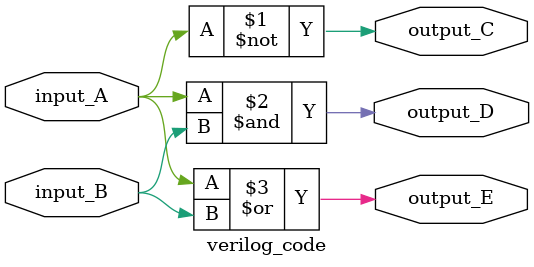
<source format=v>
module verilog_code (input_A, input_B, output_C, output_D, output_E);
	input input_A;
	input input_B;
	output output_C;
	output output_D;
	output output_E;
	
	assign output_C = ~input_A;
	assign output_D = input_A & input_B;
	assign output_E = input_A | input_B;
endmodule


</source>
